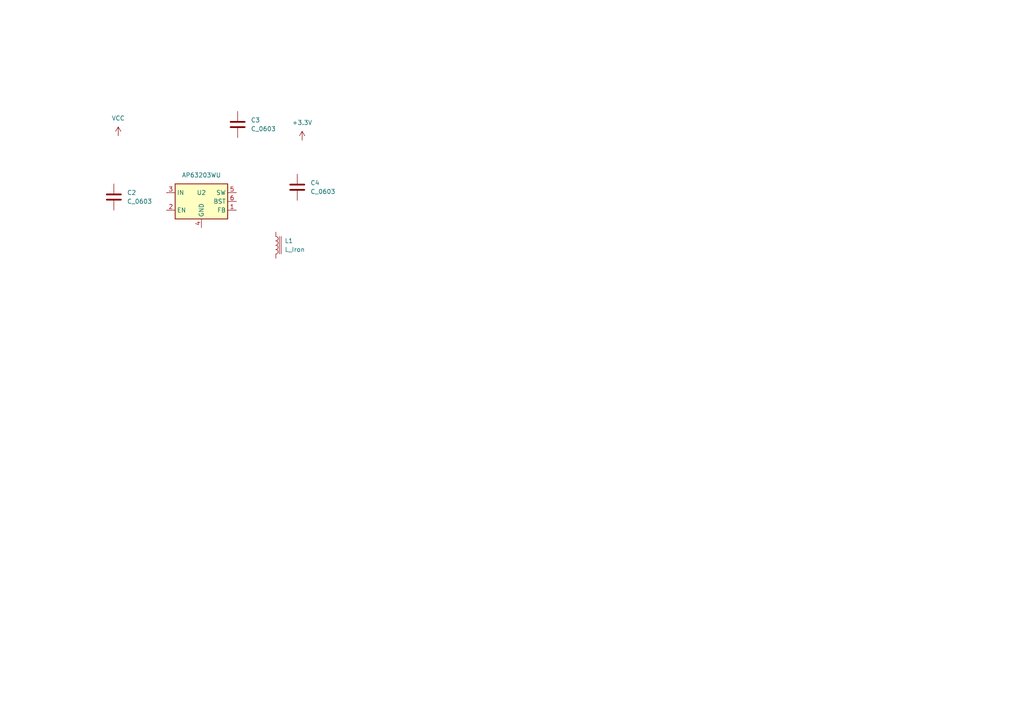
<source format=kicad_sch>
(kicad_sch (version 20231120) (generator "eeschema") (generator_version "8.0")
  (paper "A4")
  (lib_symbols
    (symbol "Device:L_Iron" (pin_numbers hide) (pin_names (offset 1.016) hide)
      (property "Reference" "L" (at -1.27 0 90))
      (property "Value" "L_Iron" (at 2.794 0 90))
      (symbol "L_Iron_0_1"
        (arc (start 0 -2.54) (mid 0.6323 -1.905) (end 0 -1.27))
        (arc (start 0 -1.27) (mid 0.6323 -0.635) (end 0 0))
        (polyline (pts (xy 1.016 2.54) (xy 1.016 -2.54)))
        (polyline (pts (xy 1.524 -2.54) (xy 1.524 2.54)))
        (arc (start 0 0) (mid 0.6323 0.635) (end 0 1.27))
        (arc (start 0 1.27) (mid 0.6323 1.905) (end 0 2.54))
      )
      (symbol "L_Iron_1_1"
        (pin passive line (at 0 3.81 270) (length 1.27) (name "1") (number "1"))
        (pin passive line (at 0 -3.81 90) (length 1.27) (name "2") (number "2"))
      )
    )
    (symbol "PCM_Capacitor_AKL:C_0603" (pin_numbers hide) (pin_names (offset 0.254))
      (property "Reference" "C" (at 0.635 2.54 0))
      (property "Value" "C_0603" (at 0.635 -2.54 0))
      (symbol "C_0603_0_1"
        (polyline (pts (xy -2.032 -0.762) (xy 2.032 -0.762)) (stroke (width 0.508)))
        (polyline (pts (xy -2.032 0.762) (xy 2.032 0.762)) (stroke (width 0.508)))
      )
      (symbol "C_0603_0_2"
        (polyline (pts (xy -2.54 -2.54) (xy -0.381 -0.381)))
        (polyline (pts (xy -0.508 -0.508) (xy -1.651 0.635)) (stroke (width 0.508)))
        (polyline (pts (xy -0.508 -0.508) (xy 0.635 -1.651)) (stroke (width 0.508)))
        (polyline (pts (xy 0.381 0.381) (xy 2.54 2.54)))
        (polyline (pts (xy 0.508 0.508) (xy -0.635 1.651)) (stroke (width 0.508)))
        (polyline (pts (xy 0.508 0.508) (xy 1.651 -0.635)) (stroke (width 0.508)))
      )
      (symbol "C_0603_1_1"
        (pin passive line (at 0 3.81 270) (length 2.794) (name "~") (number "1"))
        (pin passive line (at 0 -3.81 90) (length 2.794) (name "~") (number "2"))
      )
      (symbol "C_0603_1_2"
        (pin passive line (at 2.54 2.54 270) (length 0) (name "~") (number "1"))
        (pin passive line (at -2.54 -2.54 90) (length 0) (name "~") (number "2"))
      )
    )
    (symbol "Regulator_Switching:AP63203WU"
      (property "Reference" "U" (at -7.62 6.35 0))
      (property "Value" "AP63203WU" (at 2.54 6.35 0))
      (symbol "AP63203WU_0_1"
        (rectangle (start -7.62 5.08) (end 7.62 -5.08) (stroke (width 0.254)) (fill (type background)))
      )
      (symbol "AP63203WU_1_1"
        (pin input line (at 10.16 -2.54 180) (length 2.54) (name "FB") (number "1"))
        (pin input line (at -10.16 -2.54 0) (length 2.54) (name "EN") (number "2"))
        (pin power_in line (at -10.16 2.54 0) (length 2.54) (name "IN") (number "3"))
        (pin power_in line (at 0 -7.62 90) (length 2.54) (name "GND") (number "4"))
        (pin output line (at 10.16 2.54 180) (length 2.54) (name "SW") (number "5"))
        (pin passive line (at 10.16 0 180) (length 2.54) (name "BST") (number "6"))
      )
    )
    (symbol "power:+3.3V" (power) (pin_numbers hide) (pin_names (offset 0) hide)
      (property "Value" "+3.3V" (at 0 3.556 0))
      (symbol "+3.3V_0_1"
        (polyline (pts (xy -0.762 1.27) (xy 0 2.54)))
        (polyline (pts (xy 0 0) (xy 0 2.54)))
        (polyline (pts (xy 0 2.54) (xy 0.762 1.27)))
      )
      (symbol "+3.3V_1_1"
        (pin power_in line (at 0 0 90) (length 0) (name "~") (number "1"))
      )
    )
    (symbol "power:VCC" (power) (pin_numbers hide) (pin_names (offset 0) hide)
      (property "Value" "VCC" (at 0 3.556 0))
      (symbol "VCC_0_1"
        (polyline (pts (xy -0.762 1.27) (xy 0 2.54)))
        (polyline (pts (xy 0 0) (xy 0 2.54)))
        (polyline (pts (xy 0 2.54) (xy 0.762 1.27)))
      )
      (symbol "VCC_1_1"
        (pin power_in line (at 0 0 90) (length 0) (name "~") (number "1"))
      )
    )
  )
  (symbol (lib_id "Regulator_Switching:AP63203WU") (at 58.42 58.42 0) (unit 1)
    (property "Reference" "U2" (at 58.42 55.88 0))
    (property "Value" "AP63203WU" (at 58.42 50.8 0))
    (property "Footprint" "Package_TO_SOT_SMD:TSOT-23-6" (effects (hide yes)))
    (property "Datasheet" "https://www.diodes.com/assets/Datasheets/AP63200-AP63201-AP63203-AP63205.pdf" (effects (hide yes)))
    (property "Description" "2A, 1.1MHz Buck DC/DC Converter, fixed 3.3V output voltage, TSOT-23-6" (effects (hide yes)))
  )
  (symbol (lib_id "PCM_Capacitor_AKL:C_0603") (at 86.2137 54.3029 0) (unit 1)
    (property "Reference" "C4" (at 90.0237 53.0328 0) (effects (justify left)))
    (property "Value" "C_0603" (at 90.0237 55.5728 0) (effects (justify left)))
    (property "Footprint" "PCM_Capacitor_SMD_AKL:C_0603_1608Metric" (effects (hide yes)))
    (property "Description" "SMD 0603 MLCC capacitor, Alternate KiCad Library" (effects (hide yes)))
  )
  (symbol (lib_id "PCM_Capacitor_AKL:C_0603") (at 68.9289 36.1084 0) (unit 1)
    (property "Reference" "C3" (at 72.7389 34.8383 0) (effects (justify left)))
    (property "Value" "C_0603" (at 72.7389 37.3783 0) (effects (justify left)))
    (property "Footprint" "PCM_Capacitor_SMD_AKL:C_0603_1608Metric" (effects (hide yes)))
    (property "Description" "SMD 0603 MLCC capacitor, Alternate KiCad Library" (effects (hide yes)))
  )
  (symbol (lib_id "power:VCC") (at 34.29 39.37 0) (unit 1)
    (property "Reference" "#PWR012" (effects (hide yes)))
    (property "Value" "VCC" (at 34.29 34.29 0))
    (property "Description" "Power symbol creates a global label with name \"VCC\"" (effects (hide yes)))
  )
  (symbol (lib_id "Device:L_Iron") (at 80.01 71.12 0) (unit 1)
    (property "Reference" "L1" (at 82.55 69.8499 0) (effects (justify left)))
    (property "Value" "L_Iron" (at 82.55 72.3899 0) (effects (justify left)))
    (property "Footprint" "PCM_Inductor_SMD_AKL:L_Bourns-SRN6028" (effects (hide yes)))
    (property "Description" "Inductor with iron core" (effects (hide yes)))
  )
  (symbol (lib_id "PCM_Capacitor_AKL:C_0603") (at 33.02 57.15 0) (unit 1)
    (property "Reference" "C2" (at 36.83 55.8799 0) (effects (justify left)))
    (property "Value" "C_0603" (at 36.83 58.4199 0) (effects (justify left)))
    (property "Footprint" "PCM_Capacitor_SMD_AKL:C_0603_1608Metric" (effects (hide yes)))
    (property "Description" "SMD 0603 MLCC capacitor, Alternate KiCad Library" (effects (hide yes)))
  )
  (symbol (lib_id "power:+3.3V") (at 87.63 40.64 0) (unit 1)
    (property "Reference" "#PWR04" (effects (hide yes)))
    (property "Value" "+3.3V" (at 87.63 35.56 0))
    (property "Description" "Power symbol creates a global label with name \"+3.3V\"" (effects (hide yes)))
  )
)
</source>
